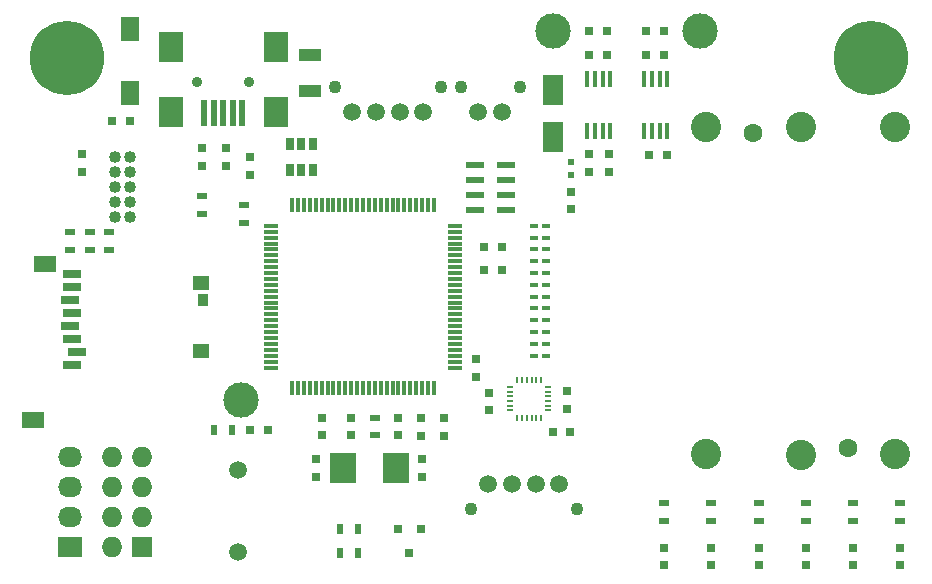
<source format=gts>
G04 #@! TF.FileFunction,Soldermask,Top*
%FSLAX46Y46*%
G04 Gerber Fmt 4.6, Leading zero omitted, Abs format (unit mm)*
G04 Created by KiCad (PCBNEW 4.0.1-stable) date 29/01/2016 21:25:47*
%MOMM*%
G01*
G04 APERTURE LIST*
%ADD10C,0.100000*%
%ADD11R,0.635000X0.300000*%
%ADD12C,1.600200*%
%ADD13C,2.565400*%
%ADD14R,1.400000X1.300000*%
%ADD15R,0.950000X1.000000*%
%ADD16R,1.900000X1.400000*%
%ADD17R,1.500000X0.800000*%
%ADD18R,0.750000X0.800000*%
%ADD19R,0.800000X0.750000*%
%ADD20R,0.797560X0.797560*%
%ADD21R,1.800860X2.499360*%
%ADD22R,0.650000X1.060000*%
%ADD23R,0.300000X1.200000*%
%ADD24R,1.200000X0.300000*%
%ADD25R,0.400000X1.400000*%
%ADD26R,1.500000X0.600000*%
%ADD27C,1.500000*%
%ADD28C,1.100000*%
%ADD29C,1.016000*%
%ADD30R,0.500380X2.301240*%
%ADD31R,1.998980X2.499360*%
%ADD32C,0.899160*%
%ADD33R,0.800100X0.800100*%
%ADD34R,0.500000X0.900000*%
%ADD35R,0.900000X0.500000*%
%ADD36R,1.600000X2.000000*%
%ADD37R,2.300000X2.500000*%
%ADD38R,0.500000X0.600000*%
%ADD39R,1.900000X1.000000*%
%ADD40R,2.032000X1.727200*%
%ADD41O,2.032000X1.727200*%
%ADD42R,1.727200X1.727200*%
%ADD43O,1.727200X1.727200*%
%ADD44C,6.300000*%
%ADD45C,0.600000*%
%ADD46C,2.999740*%
%ADD47R,0.600000X0.200000*%
%ADD48R,0.200000X0.600000*%
G04 APERTURE END LIST*
D10*
D11*
X196000000Y-108000000D03*
X196999998Y-108000000D03*
X196000000Y-107000002D03*
X196999998Y-107000002D03*
X196000000Y-106000004D03*
X196999998Y-106000004D03*
X196000000Y-105000006D03*
X196999998Y-105000006D03*
X196000000Y-104000008D03*
X196999998Y-104000008D03*
X196000000Y-103000010D03*
X196999998Y-103000010D03*
X196000000Y-102000012D03*
X196999998Y-102000012D03*
X196000000Y-101000014D03*
X196999998Y-101000014D03*
X196000000Y-100000016D03*
X196999998Y-100000016D03*
X196000000Y-99000018D03*
X196999998Y-99000018D03*
X196000000Y-98000020D03*
X196999998Y-98000020D03*
X196000000Y-97000022D03*
X196999998Y-97000022D03*
D12*
X222559891Y-115849998D03*
X222559891Y-115849998D03*
X214559907Y-89150024D03*
X214559907Y-89150024D03*
D13*
X226559883Y-116350124D03*
X226559883Y-116350124D03*
X210559915Y-116350124D03*
X210559915Y-116350124D03*
X226560899Y-88649898D03*
X226560899Y-88649898D03*
X210558899Y-88649898D03*
X210558899Y-88649898D03*
X218559899Y-88637198D03*
X218559899Y-88637198D03*
X218559899Y-116362824D03*
X218559899Y-116362824D03*
D14*
X167748000Y-101872000D03*
D15*
X167973000Y-103262000D03*
D14*
X167748000Y-107572000D03*
D16*
X154598000Y-100272000D03*
X153598000Y-113422000D03*
D17*
X156888000Y-101062000D03*
X156888000Y-102162000D03*
X156688000Y-103262000D03*
X156888000Y-104362000D03*
X156688000Y-105462000D03*
X156888000Y-106562000D03*
X157288000Y-107662000D03*
X156888000Y-108762000D03*
D18*
X167894000Y-91936000D03*
X167894000Y-90436000D03*
X178000000Y-113250000D03*
X178000000Y-114750000D03*
X177500000Y-118250000D03*
X177500000Y-116750000D03*
X186500000Y-118250000D03*
X186500000Y-116750000D03*
D19*
X161786000Y-88138000D03*
X160286000Y-88138000D03*
D18*
X180500000Y-113250000D03*
X180500000Y-114750000D03*
X188341000Y-113296000D03*
X188341000Y-114796000D03*
X184500000Y-113250000D03*
X184500000Y-114750000D03*
X186436000Y-113296000D03*
X186436000Y-114796000D03*
X191071500Y-108279500D03*
X191071500Y-109779500D03*
D19*
X191750000Y-98778000D03*
X193250000Y-98778000D03*
X191750000Y-100778000D03*
X193250000Y-100778000D03*
D18*
X169926000Y-91936000D03*
X169926000Y-90436000D03*
X171958000Y-92698000D03*
X171958000Y-91198000D03*
D19*
X173470000Y-114300000D03*
X171970000Y-114300000D03*
D18*
X157734000Y-90944000D03*
X157734000Y-92444000D03*
D19*
X207258000Y-91047000D03*
X205758000Y-91047000D03*
X206998000Y-82550000D03*
X205498000Y-82550000D03*
X206998000Y-80518000D03*
X205498000Y-80518000D03*
D18*
X202311000Y-90944000D03*
X202311000Y-92444000D03*
X200660000Y-92444000D03*
X200660000Y-90944000D03*
D19*
X202172000Y-82550000D03*
X200672000Y-82550000D03*
X202172000Y-80518000D03*
X200672000Y-80518000D03*
D18*
X199136000Y-95619000D03*
X199136000Y-94119000D03*
D20*
X207000000Y-124250700D03*
X207000000Y-125749300D03*
X211000000Y-124250700D03*
X211000000Y-125749300D03*
X215000000Y-124250700D03*
X215000000Y-125749300D03*
X219000000Y-124250700D03*
X219000000Y-125749300D03*
X223000000Y-124250700D03*
X223000000Y-125749300D03*
X227000000Y-124250700D03*
X227000000Y-125749300D03*
D21*
X197612000Y-85504020D03*
X197612000Y-89501980D03*
D22*
X177226000Y-90086000D03*
X176276000Y-90086000D03*
X175326000Y-90086000D03*
X175326000Y-92286000D03*
X177226000Y-92286000D03*
X176276000Y-92286000D03*
D23*
X175500000Y-110750000D03*
X176000000Y-110750000D03*
X176500000Y-110750000D03*
X177000000Y-110750000D03*
X177500000Y-110750000D03*
X178000000Y-110750000D03*
X178500000Y-110750000D03*
X179000000Y-110750000D03*
X179500000Y-110750000D03*
X180000000Y-110750000D03*
X180500000Y-110750000D03*
X181000000Y-110750000D03*
X181500000Y-110750000D03*
X182000000Y-110750000D03*
X182500000Y-110750000D03*
X183000000Y-110750000D03*
X183500000Y-110750000D03*
X184000000Y-110750000D03*
X184500000Y-110750000D03*
X185000000Y-110750000D03*
X185500000Y-110750000D03*
X186000000Y-110750000D03*
X186500000Y-110750000D03*
X187000000Y-110750000D03*
X187500000Y-110750000D03*
D24*
X189250000Y-109000000D03*
X189250000Y-108500000D03*
X189250000Y-108000000D03*
X189250000Y-107500000D03*
X189250000Y-107000000D03*
X189250000Y-106500000D03*
X189250000Y-106000000D03*
X189250000Y-105500000D03*
X189250000Y-105000000D03*
X189250000Y-104500000D03*
X189250000Y-104000000D03*
X189250000Y-103500000D03*
X189250000Y-103000000D03*
X189250000Y-102500000D03*
X189250000Y-102000000D03*
X189250000Y-101500000D03*
X189250000Y-101000000D03*
X189250000Y-100500000D03*
X189250000Y-100000000D03*
X189250000Y-99500000D03*
X189250000Y-99000000D03*
X189250000Y-98500000D03*
X189250000Y-98000000D03*
X189250000Y-97500000D03*
X189250000Y-97000000D03*
D23*
X187500000Y-95250000D03*
X187000000Y-95250000D03*
X186500000Y-95250000D03*
X186000000Y-95250000D03*
X185500000Y-95250000D03*
X185000000Y-95250000D03*
X184500000Y-95250000D03*
X184000000Y-95250000D03*
X183500000Y-95250000D03*
X183000000Y-95250000D03*
X182500000Y-95250000D03*
X182000000Y-95250000D03*
X181500000Y-95250000D03*
X181000000Y-95250000D03*
X180500000Y-95250000D03*
X180000000Y-95250000D03*
X179500000Y-95250000D03*
X179000000Y-95250000D03*
X178500000Y-95250000D03*
X178000000Y-95250000D03*
X177500000Y-95250000D03*
X177000000Y-95250000D03*
X176500000Y-95250000D03*
X176000000Y-95250000D03*
X175500000Y-95250000D03*
D24*
X173750000Y-97000000D03*
X173750000Y-97500000D03*
X173750000Y-98000000D03*
X173750000Y-98500000D03*
X173750000Y-99000000D03*
X173750000Y-99500000D03*
X173750000Y-100000000D03*
X173750000Y-100500000D03*
X173750000Y-101000000D03*
X173750000Y-101500000D03*
X173750000Y-102000000D03*
X173750000Y-102500000D03*
X173750000Y-103000000D03*
X173750000Y-103500000D03*
X173750000Y-104000000D03*
X173750000Y-104500000D03*
X173750000Y-105000000D03*
X173750000Y-105500000D03*
X173750000Y-106000000D03*
X173750000Y-106500000D03*
X173750000Y-107000000D03*
X173750000Y-107500000D03*
X173750000Y-108000000D03*
X173750000Y-108500000D03*
X173750000Y-109000000D03*
D25*
X207258000Y-84547000D03*
X206608000Y-84547000D03*
X205958000Y-84547000D03*
X205308000Y-84547000D03*
X205308000Y-88947000D03*
X205958000Y-88947000D03*
X206608000Y-88947000D03*
X207258000Y-88947000D03*
X202438000Y-84582000D03*
X201788000Y-84582000D03*
X201138000Y-84582000D03*
X200488000Y-84582000D03*
X200488000Y-88982000D03*
X201138000Y-88982000D03*
X201788000Y-88982000D03*
X202438000Y-88982000D03*
D26*
X193621000Y-95631000D03*
X193621000Y-94381000D03*
X193621000Y-93131000D03*
X191021000Y-93131000D03*
X191021000Y-94381000D03*
X191021000Y-95631000D03*
X193621000Y-91881000D03*
X191021000Y-91881000D03*
D27*
X180594000Y-87376000D03*
X182594000Y-87376000D03*
X184594000Y-87376000D03*
X186594000Y-87376000D03*
D28*
X179094000Y-85276000D03*
X188094000Y-85276000D03*
D29*
X160528000Y-91186000D03*
X161798000Y-91186000D03*
X160528000Y-92456000D03*
X161798000Y-92456000D03*
X160528000Y-93726000D03*
X161798000Y-93726000D03*
X160528000Y-94996000D03*
X161798000Y-94996000D03*
X160528000Y-96266000D03*
X161798000Y-96266000D03*
D27*
X198120000Y-118872000D03*
X196120000Y-118872000D03*
X194120000Y-118872000D03*
X192120000Y-118872000D03*
D28*
X199620000Y-120972000D03*
X190620000Y-120972000D03*
D30*
X171262200Y-87449320D03*
X170462100Y-87449320D03*
X169662000Y-87449320D03*
X168861900Y-87449320D03*
X168061800Y-87449320D03*
D31*
X174112080Y-87350260D03*
X174112080Y-81851160D03*
X165211920Y-87350260D03*
X165211920Y-81851160D03*
D32*
X171861640Y-84850900D03*
X167462360Y-84850900D03*
D33*
X186370000Y-122697240D03*
X184470000Y-122697240D03*
X185420000Y-124696220D03*
D34*
X170422000Y-114300000D03*
X168922000Y-114300000D03*
D35*
X182500000Y-113250000D03*
X182500000Y-114750000D03*
X171450000Y-95262000D03*
X171450000Y-96762000D03*
X167894000Y-94500000D03*
X167894000Y-96000000D03*
X158369000Y-97548000D03*
X158369000Y-99048000D03*
X160020000Y-97548000D03*
X160020000Y-99048000D03*
X207000000Y-122000000D03*
X207000000Y-120500000D03*
X211000000Y-122000000D03*
X211000000Y-120500000D03*
X215000000Y-122000000D03*
X215000000Y-120500000D03*
X219000000Y-122000000D03*
X219000000Y-120500000D03*
X223000000Y-122000000D03*
X223000000Y-120500000D03*
X227000000Y-122000000D03*
X227000000Y-120500000D03*
D34*
X181090000Y-122682000D03*
X179590000Y-122682000D03*
X181090000Y-124714000D03*
X179590000Y-124714000D03*
D27*
X170942000Y-117658000D03*
X170942000Y-124658000D03*
D36*
X161798000Y-85758000D03*
X161798000Y-80358000D03*
D37*
X179800000Y-117500000D03*
X184300000Y-117500000D03*
D38*
X199136000Y-92710000D03*
X199136000Y-91610000D03*
D39*
X177038000Y-82574000D03*
X177038000Y-85574000D03*
D27*
X191262000Y-87376000D03*
X193262000Y-87376000D03*
D28*
X189762000Y-85276000D03*
X194762000Y-85276000D03*
D40*
X156718000Y-124206000D03*
D41*
X156718000Y-121666000D03*
X156718000Y-119126000D03*
X156718000Y-116586000D03*
D42*
X162814000Y-124206000D03*
D43*
X160274000Y-124206000D03*
X162814000Y-121666000D03*
X160274000Y-121666000D03*
X162814000Y-119126000D03*
X160274000Y-119126000D03*
X162814000Y-116586000D03*
X160274000Y-116586000D03*
D19*
X199060500Y-114490500D03*
X197560500Y-114490500D03*
D18*
X198755000Y-111010000D03*
X198755000Y-112510000D03*
X192151000Y-112637000D03*
X192151000Y-111137000D03*
D44*
X224536000Y-82804000D03*
D45*
X224536000Y-80304000D03*
X227036000Y-82804000D03*
X224536000Y-85304000D03*
X222036000Y-82804000D03*
X222736000Y-81004000D03*
X226336000Y-81004000D03*
X222736000Y-84604000D03*
X226336000Y-84604000D03*
D44*
X156464000Y-82804000D03*
D45*
X156464000Y-80304000D03*
X158964000Y-82804000D03*
X156464000Y-85304000D03*
X153964000Y-82804000D03*
X154664000Y-81004000D03*
X158264000Y-81004000D03*
X154664000Y-84604000D03*
X158264000Y-84604000D03*
D35*
X156718000Y-97548000D03*
X156718000Y-99048000D03*
D46*
X171196000Y-111760000D03*
X210058000Y-80518000D03*
X197612000Y-80518000D03*
D47*
X193980000Y-110633000D03*
X193980000Y-111033000D03*
X193980000Y-111433000D03*
X193980000Y-111833000D03*
X193980000Y-112233000D03*
X193980000Y-112633000D03*
D48*
X194580000Y-113233000D03*
X194980000Y-113233000D03*
X195380000Y-113233000D03*
X195780000Y-113233000D03*
X196180000Y-113233000D03*
X196580000Y-113233000D03*
D47*
X197180000Y-112633000D03*
X197180000Y-112233000D03*
X197180000Y-111833000D03*
X197180000Y-111433000D03*
X197180000Y-111033000D03*
X197180000Y-110633000D03*
D48*
X196580000Y-110033000D03*
X196180000Y-110033000D03*
X195780000Y-110033000D03*
X195380000Y-110033000D03*
X194980000Y-110033000D03*
X194580000Y-110033000D03*
M02*

</source>
